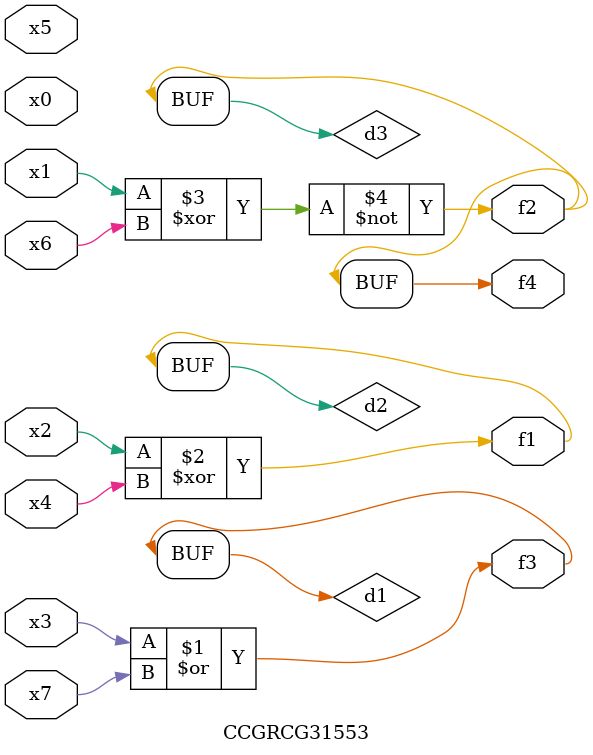
<source format=v>
module CCGRCG31553(
	input x0, x1, x2, x3, x4, x5, x6, x7,
	output f1, f2, f3, f4
);

	wire d1, d2, d3;

	or (d1, x3, x7);
	xor (d2, x2, x4);
	xnor (d3, x1, x6);
	assign f1 = d2;
	assign f2 = d3;
	assign f3 = d1;
	assign f4 = d3;
endmodule

</source>
